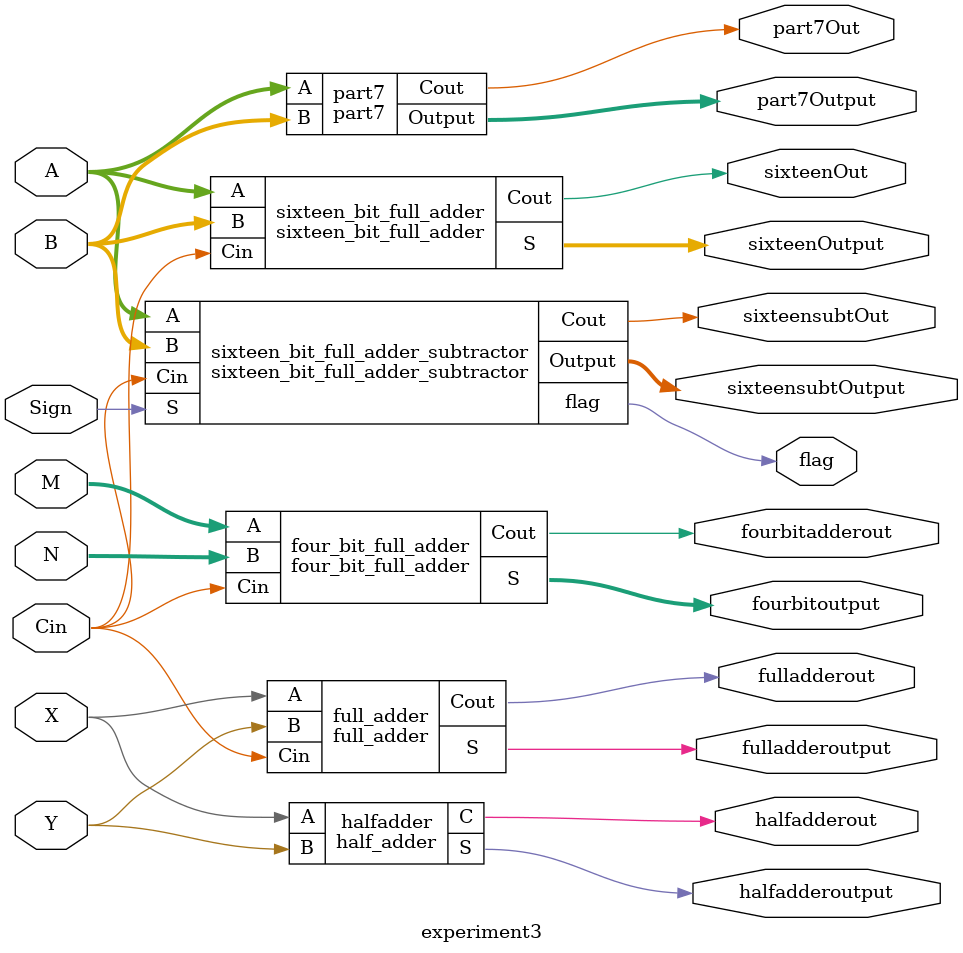
<source format=v>
`timescale 1ns / 1ps
module and_gate(A,B,C);
    //Inputs
    input A,B;
    //Outputs
    output C;
    assign C = A&B;
endmodule

module and_gate3(A,B,C,OUT);
    //Inputs
    input A,B,C;
    //Outputs
    output OUT;
    assign OUT = A&B&C;
endmodule

module and_gate5(A,B,C,D,E,OUT);
    //Inputs
    input A,B,C,D,E;
    //Outputs
    output OUT;
    assign OUT = A&B&C&D&E;
endmodule

module or_gate(A,B,C);
    //Inputs
    input A,B;
    //Outputs
    output C;
    assign C = A | B;
endmodule

module or_gate6(A,B,C,D,E,F,OUT);
    //Inputs
    input A,B,C,D,E,F;
    //Outputs
    output OUT;
    assign OUT = A|B|C|D|E|F;
endmodule

module not_gate(A,B);
    //Inputs
    input A;
    //Outputs
    output B;
    assign B = ~A;
endmodule

module xor_gate(A,B,C);
    //Inputs
    input A,B;
    //Outputs
    output C;
    assign C = ~A&B | A&~B;
endmodule

module xor_gate_16bit(A,Cin,Output);
    //Inputs
    input [15:0] A;
    input Cin;
    //Outputs
    output [15:0] Output;

    xor_gate Sum(.A(A[0]),.B(Cin),.C(Output[0]));
    xor_gate Sum1(.A(A[1]),.B(Cin),.C(Output[1]));
    xor_gate Sum2(.A(A[2]),.B(Cin),.C(Output[2]));
    xor_gate Sum3(.A(A[3]),.B(Cin),.C(Output[3]));
    xor_gate Sum4(.A(A[4]),.B(Cin),.C(Output[4]));
    xor_gate Sum5(.A(A[5]),.B(Cin),.C(Output[5]));
    xor_gate Sum6(.A(A[6]),.B(Cin),.C(Output[6]));
    xor_gate Sum7(.A(A[7]),.B(Cin),.C(Output[7]));
    xor_gate Sum8(.A(A[8]),.B(Cin),.C(Output[8]));
    xor_gate Sum9(.A(A[9]),.B(Cin),.C(Output[9]));
    xor_gate Sum10(.A(A[10]),.B(Cin),.C(Output[10]));
    xor_gate Sum11(.A(A[11]),.B(Cin),.C(Output[11]));
    xor_gate Sum12(.A(A[12]),.B(Cin),.C(Output[12]));
    xor_gate Sum13(.A(A[13]),.B(Cin),.C(Output[13]));
    xor_gate Sum14(.A(A[14]),.B(Cin),.C(Output[14]));
    xor_gate Sum15(.A(A[15]),.B(Cin),.C(Output[15]));
    

endmodule

// Part2
module half_adder(A,B,C,S);
    //Inputs
    input A,B;
    
    //Outputs
    output C,S;
    
    //Intermediate Wires
        wire ANORB;
        wire AANDB;
    //S = A ⊕ B, C = A*B
    xor_gate Sum(.A(A),.B(B),.C(S));
    and_gate Carry(.A(A),.B(B),.C(C));
endmodule      
//Part3
module full_adder(A,B,Cin,Cout,S);
    //Inputs
    input A,B,Cin;
    
    //Outputs
    output Cout,S;

    //Intermediate Wires
    wire HA1S;
    wire HA1C;
    wire HA2C;
    
    // S = A ⊕ B ⊕ Cin, Cout = A*B + Cin(A ⊕ B)
    half_adder HA1(.A(A), .B(B), .C(HA1C), .S(HA1S));
    half_adder HA2(.A(HA1S), .B(Cin), .C(HA2C), .S(S));
    or_gate X(.A(HA1C), .B(HA2C), .C(Cout));
 endmodule

//Part4  
module four_bit_full_adder(A,B,Cin,Cout,S);
    //Inputs
    input [3:0] A;
    input [3:0] B;
    input Cin;
    //Outputs
    output [3:0] S;    
    output Cout;
    
    //Intermediate Wires
    wire [2:0] Carries;
    
    //four-bit-adder
    full_adder first(.A(A[0]),.B(B[0]),.Cin(Cin),.Cout(Carries[0]),.S(S[0]));
    full_adder second(.A(A[1]),.B(B[1]),.Cin(Carries[0]),.Cout(Carries[1]),.S(S[1]));
    full_adder third(.A(A[2]),.B(B[2]),.Cin(Carries[1]),.Cout(Carries[2]),.S(S[2]));
    full_adder fourth(.A(A[3]),.B(B[3]),.Cin(Carries[2]),.Cout(Cout),.S(S[3]));
endmodule

//Part5
module sixteen_bit_full_adder(A,B,Cin,Cout,S);
    input [15:0] A;
    input [15:0] B;
    input Cin;
    //Outputs
    output [15:0] S;    
    output Cout;
    
    //Intermediate Wires
        wire [2:0] Carries;
    
    //four-bit-adder
   four_bit_full_adder first(.A(A[3:0]),.B(B[3:0]),.Cin(Cin),.Cout(Carries[0]),.S(S[3:0]));
   four_bit_full_adder second(.A(A[7:4]),.B(B[7:4]),.Cin(Carries[0]),.Cout(Carries[1]),.S(S[7:4]));
   four_bit_full_adder third(.A(A[11:8]),.B(B[11:8]),.Cin(Carries[1]),.Cout(Carries[2]),.S(S[11:8]));
   four_bit_full_adder fourth(.A(A[15:12]),.B(B[15:12]),.Cin(Carries[2]),.Cout(Cout),.S(S[15:12]));
endmodule

//part6
module sixteen_bit_full_adder_subtractor(A,B,Cin,Cout,Output,S,flag);
    input [15:0] A;
    input [15:0] B;
    input Cin;
    input S;
    //Outputs
    output [15:0] Output;    
    output Cout;
    output flag;

    //Intermediate Wires
    wire Carries;
    wire [15:0]B_xor;
    wire NOTA;
    wire NOTB;
    wire NOTS;
    wire NOTCOUT;
    wire NOTCIN;
    wire NOTOUTPUT;
    wire and1;
    wire and2;
    wire and3;
    wire and4;
    wire and5;
    wire and6;
    

    xor_gate_16bit xor1(B[15:0],Cin,B_xor[15:0]);
    
     //four-bit-adder
    sixteen_bit_full_adder first(.A(A[15:0]),.B(B_xor[15:0]),.Cin(Cin),.Cout(Cout),.S(Output[15:0]));

    not_gate not1(A[15],NOTA);
    not_gate not2(B[15],NOTB);
    not_gate not3(S,NOTS);
    not_gate not4(Cout,NOTCOUT);
    not_gate not5(Cin,NOTCIN);
    not_gate not6(Output[15],NOTOUTPUT);

    and_gate3 and11(NOTS,NOTCIN,Cout,and1);
    and_gate3 and12(NOTS,Cin,NOTCOUT,and2);
    and_gate5 and13(S,NOTCIN,NOTA,NOTB,Output[15],and3);
    and_gate5 and14(S,NOTCIN,A[15],B[15],NOTOUTPUT,and4);
    and_gate5 and15(S,Cin,NOTA,B[15],Output[15],and5);
    and_gate5 and16(S,Cin,A[15],NOTB,NOTOUTPUT,and6);
    or_gate6 or1(and1,and2,and3,and4,and5,and6,flag);

endmodule


module part7(A,B,Cout,Output);
    input [15:0] A;
    input [15:0] B;
    //Outputs
    output [15:0] Output;    
    output Cout;
   
    //Intermediate Wires
    wire Carries1;
    wire Carries2;
    wire Csub = 1'b1;
    wire Cadd = 1'b0;
    wire [15:0] AB; 
    wire [15:0] AABB; 
    wire flag;
    wire CARRY1NOT;

    
     //four-bit-adder
    sixteen_bit_full_adder_subtractor first(.A(A[15:0]),.B(B[15:0]),.Cin(Csub),.Cout(Carries1),.Output(AB[15:0]),.flag(flag));
    not_gate NOT1(Carries1, CARRY1NOT);
    sixteen_bit_full_adder second(.A(AB[15:0]),.B(AB[15:0]),.Cin(CARRY1NOT),.Cout(Carries2),.S(AABB[15:0]));
    sixteen_bit_full_adder third(.A(A[15:0]),.B(AABB[15:0]),.Cin(Carries2),.Cout(Cout),.S(Output[15:0]));

endmodule

module experiment3 (A,B,M,N,Cin,X,Y,Sign,flag,halfadderout,halfadderoutput,fulladderout,fulladderoutput,fourbitadderout,fourbitoutput,sixteenOut,sixteenOutput,sixteensubtOut,sixteensubtOutput,part7Out,part7Output);

    input [15:0] A;
    input [15:0] B;
    input X,Y,Cin; //Half adder
    input [3:0] M;
    input [3:0] N;
    input Sign;
    
    output flag;
    output halfadderout;
    output halfadderoutput;
    output fulladderout;
    output fulladderoutput;
    output fourbitadderout;
    output [3:0]fourbitoutput;
    output sixteenOut;
    output [15:0] sixteenOutput;
    output sixteensubtOut;
    output [15:0] sixteensubtOutput;
    output part7Out;
    output [15:0] part7Output;

    half_adder halfadder(X,Y,halfadderout,halfadderoutput);
    full_adder full_adder(X,Y,Cin,fulladderout,fulladderoutput);
    four_bit_full_adder four_bit_full_adder(M,N,Cin,fourbitadderout,fourbitoutput);
    sixteen_bit_full_adder sixteen_bit_full_adder(A,B,Cin,sixteenOut,sixteenOutput);
    sixteen_bit_full_adder_subtractor sixteen_bit_full_adder_subtractor(A,B,Cin,sixteensubtOut,sixteensubtOutput,Sign,flag);
    part7 part7(A,B,part7Out,part7Output);
    
endmodule
</source>
